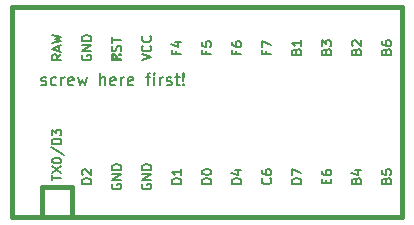
<source format=gbr>
G04 #@! TF.GenerationSoftware,KiCad,Pcbnew,5.1.9-73d0e3b20d~88~ubuntu18.04.1*
G04 #@! TF.CreationDate,2021-03-09T23:09:17-06:00*
G04 #@! TF.ProjectId,keyboard,6b657962-6f61-4726-942e-6b696361645f,rev?*
G04 #@! TF.SameCoordinates,Original*
G04 #@! TF.FileFunction,Legend,Top*
G04 #@! TF.FilePolarity,Positive*
%FSLAX46Y46*%
G04 Gerber Fmt 4.6, Leading zero omitted, Abs format (unit mm)*
G04 Created by KiCad (PCBNEW 5.1.9-73d0e3b20d~88~ubuntu18.04.1) date 2021-03-09 23:09:17*
%MOMM*%
%LPD*%
G01*
G04 APERTURE LIST*
%ADD10C,0.381000*%
%ADD11C,0.150000*%
G04 APERTURE END LIST*
D10*
X34030000Y-48510000D02*
X64510000Y-48510000D01*
X64510000Y-48510000D02*
X64510000Y-30730000D01*
X64510000Y-30730000D02*
X34030000Y-30730000D01*
X34030000Y-45970000D02*
X36570000Y-45970000D01*
X36570000Y-45970000D02*
X36570000Y-48510000D01*
D11*
G36*
X39909360Y-34688432D02*
G01*
X40209360Y-34688432D01*
X40209360Y-34788432D01*
X39909360Y-34788432D01*
X39909360Y-34688432D01*
G37*
X39909360Y-34688432D02*
X40209360Y-34688432D01*
X40209360Y-34788432D01*
X39909360Y-34788432D01*
X39909360Y-34688432D01*
G36*
X40309360Y-34888432D02*
G01*
X40409360Y-34888432D01*
X40409360Y-34988432D01*
X40309360Y-34988432D01*
X40309360Y-34888432D01*
G37*
X40309360Y-34888432D02*
X40409360Y-34888432D01*
X40409360Y-34988432D01*
X40309360Y-34988432D01*
X40309360Y-34888432D01*
G36*
X39909360Y-34688432D02*
G01*
X40009360Y-34688432D01*
X40009360Y-35188432D01*
X39909360Y-35188432D01*
X39909360Y-34688432D01*
G37*
X39909360Y-34688432D02*
X40009360Y-34688432D01*
X40009360Y-35188432D01*
X39909360Y-35188432D01*
X39909360Y-34688432D01*
G36*
X39909360Y-35088432D02*
G01*
X40709360Y-35088432D01*
X40709360Y-35188432D01*
X39909360Y-35188432D01*
X39909360Y-35088432D01*
G37*
X39909360Y-35088432D02*
X40709360Y-35088432D01*
X40709360Y-35188432D01*
X39909360Y-35188432D01*
X39909360Y-35088432D01*
G36*
X40509360Y-34688432D02*
G01*
X40709360Y-34688432D01*
X40709360Y-34788432D01*
X40509360Y-34788432D01*
X40509360Y-34688432D01*
G37*
X40509360Y-34688432D02*
X40709360Y-34688432D01*
X40709360Y-34788432D01*
X40509360Y-34788432D01*
X40509360Y-34688432D01*
D10*
X34030000Y-30730000D02*
X31490000Y-30730000D01*
X31490000Y-30730000D02*
X31490000Y-48510000D01*
X31490000Y-48510000D02*
X34030000Y-48510000D01*
X34030000Y-45970000D02*
X34030000Y-48510000D01*
D11*
X33952380Y-37274761D02*
X34047619Y-37322380D01*
X34238095Y-37322380D01*
X34333333Y-37274761D01*
X34380952Y-37179523D01*
X34380952Y-37131904D01*
X34333333Y-37036666D01*
X34238095Y-36989047D01*
X34095238Y-36989047D01*
X34000000Y-36941428D01*
X33952380Y-36846190D01*
X33952380Y-36798571D01*
X34000000Y-36703333D01*
X34095238Y-36655714D01*
X34238095Y-36655714D01*
X34333333Y-36703333D01*
X35238095Y-37274761D02*
X35142857Y-37322380D01*
X34952380Y-37322380D01*
X34857142Y-37274761D01*
X34809523Y-37227142D01*
X34761904Y-37131904D01*
X34761904Y-36846190D01*
X34809523Y-36750952D01*
X34857142Y-36703333D01*
X34952380Y-36655714D01*
X35142857Y-36655714D01*
X35238095Y-36703333D01*
X35666666Y-37322380D02*
X35666666Y-36655714D01*
X35666666Y-36846190D02*
X35714285Y-36750952D01*
X35761904Y-36703333D01*
X35857142Y-36655714D01*
X35952380Y-36655714D01*
X36666666Y-37274761D02*
X36571428Y-37322380D01*
X36380952Y-37322380D01*
X36285714Y-37274761D01*
X36238095Y-37179523D01*
X36238095Y-36798571D01*
X36285714Y-36703333D01*
X36380952Y-36655714D01*
X36571428Y-36655714D01*
X36666666Y-36703333D01*
X36714285Y-36798571D01*
X36714285Y-36893809D01*
X36238095Y-36989047D01*
X37047619Y-36655714D02*
X37238095Y-37322380D01*
X37428571Y-36846190D01*
X37619047Y-37322380D01*
X37809523Y-36655714D01*
X38952380Y-37322380D02*
X38952380Y-36322380D01*
X39380952Y-37322380D02*
X39380952Y-36798571D01*
X39333333Y-36703333D01*
X39238095Y-36655714D01*
X39095238Y-36655714D01*
X39000000Y-36703333D01*
X38952380Y-36750952D01*
X40238095Y-37274761D02*
X40142857Y-37322380D01*
X39952380Y-37322380D01*
X39857142Y-37274761D01*
X39809523Y-37179523D01*
X39809523Y-36798571D01*
X39857142Y-36703333D01*
X39952380Y-36655714D01*
X40142857Y-36655714D01*
X40238095Y-36703333D01*
X40285714Y-36798571D01*
X40285714Y-36893809D01*
X39809523Y-36989047D01*
X40714285Y-37322380D02*
X40714285Y-36655714D01*
X40714285Y-36846190D02*
X40761904Y-36750952D01*
X40809523Y-36703333D01*
X40904761Y-36655714D01*
X41000000Y-36655714D01*
X41714285Y-37274761D02*
X41619047Y-37322380D01*
X41428571Y-37322380D01*
X41333333Y-37274761D01*
X41285714Y-37179523D01*
X41285714Y-36798571D01*
X41333333Y-36703333D01*
X41428571Y-36655714D01*
X41619047Y-36655714D01*
X41714285Y-36703333D01*
X41761904Y-36798571D01*
X41761904Y-36893809D01*
X41285714Y-36989047D01*
X42809523Y-36655714D02*
X43190476Y-36655714D01*
X42952380Y-37322380D02*
X42952380Y-36465238D01*
X43000000Y-36370000D01*
X43095238Y-36322380D01*
X43190476Y-36322380D01*
X43523809Y-37322380D02*
X43523809Y-36655714D01*
X43523809Y-36322380D02*
X43476190Y-36370000D01*
X43523809Y-36417619D01*
X43571428Y-36370000D01*
X43523809Y-36322380D01*
X43523809Y-36417619D01*
X44000000Y-37322380D02*
X44000000Y-36655714D01*
X44000000Y-36846190D02*
X44047619Y-36750952D01*
X44095238Y-36703333D01*
X44190476Y-36655714D01*
X44285714Y-36655714D01*
X44571428Y-37274761D02*
X44666666Y-37322380D01*
X44857142Y-37322380D01*
X44952380Y-37274761D01*
X45000000Y-37179523D01*
X45000000Y-37131904D01*
X44952380Y-37036666D01*
X44857142Y-36989047D01*
X44714285Y-36989047D01*
X44619047Y-36941428D01*
X44571428Y-36846190D01*
X44571428Y-36798571D01*
X44619047Y-36703333D01*
X44714285Y-36655714D01*
X44857142Y-36655714D01*
X44952380Y-36703333D01*
X45285714Y-36655714D02*
X45666666Y-36655714D01*
X45428571Y-36322380D02*
X45428571Y-37179523D01*
X45476190Y-37274761D01*
X45571428Y-37322380D01*
X45666666Y-37322380D01*
X46000000Y-37227142D02*
X46047619Y-37274761D01*
X46000000Y-37322380D01*
X45952380Y-37274761D01*
X46000000Y-37227142D01*
X46000000Y-37322380D01*
X46000000Y-36941428D02*
X45952380Y-36370000D01*
X46000000Y-36322380D01*
X46047619Y-36370000D01*
X46000000Y-36941428D01*
X46000000Y-36322380D01*
X34861904Y-45382348D02*
X34861904Y-44925205D01*
X35661904Y-45153776D02*
X34861904Y-45153776D01*
X34861904Y-44734729D02*
X35661904Y-44201395D01*
X34861904Y-44201395D02*
X35661904Y-44734729D01*
X34861904Y-43744252D02*
X34861904Y-43668062D01*
X34900000Y-43591872D01*
X34938095Y-43553776D01*
X35014285Y-43515681D01*
X35166666Y-43477586D01*
X35357142Y-43477586D01*
X35509523Y-43515681D01*
X35585714Y-43553776D01*
X35623809Y-43591872D01*
X35661904Y-43668062D01*
X35661904Y-43744252D01*
X35623809Y-43820443D01*
X35585714Y-43858538D01*
X35509523Y-43896633D01*
X35357142Y-43934729D01*
X35166666Y-43934729D01*
X35014285Y-43896633D01*
X34938095Y-43858538D01*
X34900000Y-43820443D01*
X34861904Y-43744252D01*
X34823809Y-42563300D02*
X35852380Y-43249014D01*
X35661904Y-42296633D02*
X34861904Y-42296633D01*
X34861904Y-42106157D01*
X34900000Y-41991872D01*
X34976190Y-41915681D01*
X35052380Y-41877586D01*
X35204761Y-41839491D01*
X35319047Y-41839491D01*
X35471428Y-41877586D01*
X35547619Y-41915681D01*
X35623809Y-41991872D01*
X35661904Y-42106157D01*
X35661904Y-42296633D01*
X34861904Y-41572824D02*
X34861904Y-41077586D01*
X35166666Y-41344252D01*
X35166666Y-41229967D01*
X35204761Y-41153776D01*
X35242857Y-41115681D01*
X35319047Y-41077586D01*
X35509523Y-41077586D01*
X35585714Y-41115681D01*
X35623809Y-41153776D01*
X35661904Y-41229967D01*
X35661904Y-41458538D01*
X35623809Y-41534729D01*
X35585714Y-41572824D01*
X38201904Y-45671476D02*
X37401904Y-45671476D01*
X37401904Y-45481000D01*
X37440000Y-45366714D01*
X37516190Y-45290523D01*
X37592380Y-45252428D01*
X37744761Y-45214333D01*
X37859047Y-45214333D01*
X38011428Y-45252428D01*
X38087619Y-45290523D01*
X38163809Y-45366714D01*
X38201904Y-45481000D01*
X38201904Y-45671476D01*
X37478095Y-44909571D02*
X37440000Y-44871476D01*
X37401904Y-44795285D01*
X37401904Y-44604809D01*
X37440000Y-44528619D01*
X37478095Y-44490523D01*
X37554285Y-44452428D01*
X37630476Y-44452428D01*
X37744761Y-44490523D01*
X38201904Y-44947666D01*
X38201904Y-44452428D01*
X48361904Y-45671476D02*
X47561904Y-45671476D01*
X47561904Y-45481000D01*
X47600000Y-45366714D01*
X47676190Y-45290523D01*
X47752380Y-45252428D01*
X47904761Y-45214333D01*
X48019047Y-45214333D01*
X48171428Y-45252428D01*
X48247619Y-45290523D01*
X48323809Y-45366714D01*
X48361904Y-45481000D01*
X48361904Y-45671476D01*
X47561904Y-44719095D02*
X47561904Y-44642904D01*
X47600000Y-44566714D01*
X47638095Y-44528619D01*
X47714285Y-44490523D01*
X47866666Y-44452428D01*
X48057142Y-44452428D01*
X48209523Y-44490523D01*
X48285714Y-44528619D01*
X48323809Y-44566714D01*
X48361904Y-44642904D01*
X48361904Y-44719095D01*
X48323809Y-44795285D01*
X48285714Y-44833380D01*
X48209523Y-44871476D01*
X48057142Y-44909571D01*
X47866666Y-44909571D01*
X47714285Y-44871476D01*
X47638095Y-44833380D01*
X47600000Y-44795285D01*
X47561904Y-44719095D01*
X45821904Y-45671476D02*
X45021904Y-45671476D01*
X45021904Y-45481000D01*
X45060000Y-45366714D01*
X45136190Y-45290523D01*
X45212380Y-45252428D01*
X45364761Y-45214333D01*
X45479047Y-45214333D01*
X45631428Y-45252428D01*
X45707619Y-45290523D01*
X45783809Y-45366714D01*
X45821904Y-45481000D01*
X45821904Y-45671476D01*
X45821904Y-44452428D02*
X45821904Y-44909571D01*
X45821904Y-44681000D02*
X45021904Y-44681000D01*
X45136190Y-44757190D01*
X45212380Y-44833380D01*
X45250476Y-44909571D01*
X42520000Y-45690523D02*
X42481904Y-45766714D01*
X42481904Y-45881000D01*
X42520000Y-45995285D01*
X42596190Y-46071476D01*
X42672380Y-46109571D01*
X42824761Y-46147666D01*
X42939047Y-46147666D01*
X43091428Y-46109571D01*
X43167619Y-46071476D01*
X43243809Y-45995285D01*
X43281904Y-45881000D01*
X43281904Y-45804809D01*
X43243809Y-45690523D01*
X43205714Y-45652428D01*
X42939047Y-45652428D01*
X42939047Y-45804809D01*
X43281904Y-45309571D02*
X42481904Y-45309571D01*
X43281904Y-44852428D01*
X42481904Y-44852428D01*
X43281904Y-44471476D02*
X42481904Y-44471476D01*
X42481904Y-44281000D01*
X42520000Y-44166714D01*
X42596190Y-44090523D01*
X42672380Y-44052428D01*
X42824761Y-44014333D01*
X42939047Y-44014333D01*
X43091428Y-44052428D01*
X43167619Y-44090523D01*
X43243809Y-44166714D01*
X43281904Y-44281000D01*
X43281904Y-44471476D01*
X39980000Y-45690523D02*
X39941904Y-45766714D01*
X39941904Y-45881000D01*
X39980000Y-45995285D01*
X40056190Y-46071476D01*
X40132380Y-46109571D01*
X40284761Y-46147666D01*
X40399047Y-46147666D01*
X40551428Y-46109571D01*
X40627619Y-46071476D01*
X40703809Y-45995285D01*
X40741904Y-45881000D01*
X40741904Y-45804809D01*
X40703809Y-45690523D01*
X40665714Y-45652428D01*
X40399047Y-45652428D01*
X40399047Y-45804809D01*
X40741904Y-45309571D02*
X39941904Y-45309571D01*
X40741904Y-44852428D01*
X39941904Y-44852428D01*
X40741904Y-44471476D02*
X39941904Y-44471476D01*
X39941904Y-44281000D01*
X39980000Y-44166714D01*
X40056190Y-44090523D01*
X40132380Y-44052428D01*
X40284761Y-44014333D01*
X40399047Y-44014333D01*
X40551428Y-44052428D01*
X40627619Y-44090523D01*
X40703809Y-44166714D01*
X40741904Y-44281000D01*
X40741904Y-44471476D01*
X50901904Y-45671476D02*
X50101904Y-45671476D01*
X50101904Y-45481000D01*
X50140000Y-45366714D01*
X50216190Y-45290523D01*
X50292380Y-45252428D01*
X50444761Y-45214333D01*
X50559047Y-45214333D01*
X50711428Y-45252428D01*
X50787619Y-45290523D01*
X50863809Y-45366714D01*
X50901904Y-45481000D01*
X50901904Y-45671476D01*
X50368571Y-44528619D02*
X50901904Y-44528619D01*
X50063809Y-44719095D02*
X50635238Y-44909571D01*
X50635238Y-44414333D01*
X53365714Y-45214333D02*
X53403809Y-45252428D01*
X53441904Y-45366714D01*
X53441904Y-45442904D01*
X53403809Y-45557190D01*
X53327619Y-45633380D01*
X53251428Y-45671476D01*
X53099047Y-45709571D01*
X52984761Y-45709571D01*
X52832380Y-45671476D01*
X52756190Y-45633380D01*
X52680000Y-45557190D01*
X52641904Y-45442904D01*
X52641904Y-45366714D01*
X52680000Y-45252428D01*
X52718095Y-45214333D01*
X52641904Y-44528619D02*
X52641904Y-44681000D01*
X52680000Y-44757190D01*
X52718095Y-44795285D01*
X52832380Y-44871476D01*
X52984761Y-44909571D01*
X53289523Y-44909571D01*
X53365714Y-44871476D01*
X53403809Y-44833380D01*
X53441904Y-44757190D01*
X53441904Y-44604809D01*
X53403809Y-44528619D01*
X53365714Y-44490523D01*
X53289523Y-44452428D01*
X53099047Y-44452428D01*
X53022857Y-44490523D01*
X52984761Y-44528619D01*
X52946666Y-44604809D01*
X52946666Y-44757190D01*
X52984761Y-44833380D01*
X53022857Y-44871476D01*
X53099047Y-44909571D01*
X55981904Y-45671476D02*
X55181904Y-45671476D01*
X55181904Y-45481000D01*
X55220000Y-45366714D01*
X55296190Y-45290523D01*
X55372380Y-45252428D01*
X55524761Y-45214333D01*
X55639047Y-45214333D01*
X55791428Y-45252428D01*
X55867619Y-45290523D01*
X55943809Y-45366714D01*
X55981904Y-45481000D01*
X55981904Y-45671476D01*
X55181904Y-44947666D02*
X55181904Y-44414333D01*
X55981904Y-44757190D01*
X58102857Y-45633380D02*
X58102857Y-45366714D01*
X58521904Y-45252428D02*
X58521904Y-45633380D01*
X57721904Y-45633380D01*
X57721904Y-45252428D01*
X57721904Y-44566714D02*
X57721904Y-44719095D01*
X57760000Y-44795285D01*
X57798095Y-44833380D01*
X57912380Y-44909571D01*
X58064761Y-44947666D01*
X58369523Y-44947666D01*
X58445714Y-44909571D01*
X58483809Y-44871476D01*
X58521904Y-44795285D01*
X58521904Y-44642904D01*
X58483809Y-44566714D01*
X58445714Y-44528619D01*
X58369523Y-44490523D01*
X58179047Y-44490523D01*
X58102857Y-44528619D01*
X58064761Y-44566714D01*
X58026666Y-44642904D01*
X58026666Y-44795285D01*
X58064761Y-44871476D01*
X58102857Y-44909571D01*
X58179047Y-44947666D01*
X60642857Y-45404809D02*
X60680952Y-45290523D01*
X60719047Y-45252428D01*
X60795238Y-45214333D01*
X60909523Y-45214333D01*
X60985714Y-45252428D01*
X61023809Y-45290523D01*
X61061904Y-45366714D01*
X61061904Y-45671476D01*
X60261904Y-45671476D01*
X60261904Y-45404809D01*
X60300000Y-45328619D01*
X60338095Y-45290523D01*
X60414285Y-45252428D01*
X60490476Y-45252428D01*
X60566666Y-45290523D01*
X60604761Y-45328619D01*
X60642857Y-45404809D01*
X60642857Y-45671476D01*
X60528571Y-44528619D02*
X61061904Y-44528619D01*
X60223809Y-44719095D02*
X60795238Y-44909571D01*
X60795238Y-44414333D01*
X63182857Y-45404809D02*
X63220952Y-45290523D01*
X63259047Y-45252428D01*
X63335238Y-45214333D01*
X63449523Y-45214333D01*
X63525714Y-45252428D01*
X63563809Y-45290523D01*
X63601904Y-45366714D01*
X63601904Y-45671476D01*
X62801904Y-45671476D01*
X62801904Y-45404809D01*
X62840000Y-45328619D01*
X62878095Y-45290523D01*
X62954285Y-45252428D01*
X63030476Y-45252428D01*
X63106666Y-45290523D01*
X63144761Y-45328619D01*
X63182857Y-45404809D01*
X63182857Y-45671476D01*
X62801904Y-44490523D02*
X62801904Y-44871476D01*
X63182857Y-44909571D01*
X63144761Y-44871476D01*
X63106666Y-44795285D01*
X63106666Y-44604809D01*
X63144761Y-44528619D01*
X63182857Y-44490523D01*
X63259047Y-44452428D01*
X63449523Y-44452428D01*
X63525714Y-44490523D01*
X63563809Y-44528619D01*
X63601904Y-44604809D01*
X63601904Y-44795285D01*
X63563809Y-44871476D01*
X63525714Y-44909571D01*
X63182857Y-34482809D02*
X63220952Y-34368523D01*
X63259047Y-34330428D01*
X63335238Y-34292333D01*
X63449523Y-34292333D01*
X63525714Y-34330428D01*
X63563809Y-34368523D01*
X63601904Y-34444714D01*
X63601904Y-34749476D01*
X62801904Y-34749476D01*
X62801904Y-34482809D01*
X62840000Y-34406619D01*
X62878095Y-34368523D01*
X62954285Y-34330428D01*
X63030476Y-34330428D01*
X63106666Y-34368523D01*
X63144761Y-34406619D01*
X63182857Y-34482809D01*
X63182857Y-34749476D01*
X62801904Y-33606619D02*
X62801904Y-33759000D01*
X62840000Y-33835190D01*
X62878095Y-33873285D01*
X62992380Y-33949476D01*
X63144761Y-33987571D01*
X63449523Y-33987571D01*
X63525714Y-33949476D01*
X63563809Y-33911380D01*
X63601904Y-33835190D01*
X63601904Y-33682809D01*
X63563809Y-33606619D01*
X63525714Y-33568523D01*
X63449523Y-33530428D01*
X63259047Y-33530428D01*
X63182857Y-33568523D01*
X63144761Y-33606619D01*
X63106666Y-33682809D01*
X63106666Y-33835190D01*
X63144761Y-33911380D01*
X63182857Y-33949476D01*
X63259047Y-33987571D01*
X58102857Y-34482809D02*
X58140952Y-34368523D01*
X58179047Y-34330428D01*
X58255238Y-34292333D01*
X58369523Y-34292333D01*
X58445714Y-34330428D01*
X58483809Y-34368523D01*
X58521904Y-34444714D01*
X58521904Y-34749476D01*
X57721904Y-34749476D01*
X57721904Y-34482809D01*
X57760000Y-34406619D01*
X57798095Y-34368523D01*
X57874285Y-34330428D01*
X57950476Y-34330428D01*
X58026666Y-34368523D01*
X58064761Y-34406619D01*
X58102857Y-34482809D01*
X58102857Y-34749476D01*
X57721904Y-34025666D02*
X57721904Y-33530428D01*
X58026666Y-33797095D01*
X58026666Y-33682809D01*
X58064761Y-33606619D01*
X58102857Y-33568523D01*
X58179047Y-33530428D01*
X58369523Y-33530428D01*
X58445714Y-33568523D01*
X58483809Y-33606619D01*
X58521904Y-33682809D01*
X58521904Y-33911380D01*
X58483809Y-33987571D01*
X58445714Y-34025666D01*
X55562857Y-34482809D02*
X55600952Y-34368523D01*
X55639047Y-34330428D01*
X55715238Y-34292333D01*
X55829523Y-34292333D01*
X55905714Y-34330428D01*
X55943809Y-34368523D01*
X55981904Y-34444714D01*
X55981904Y-34749476D01*
X55181904Y-34749476D01*
X55181904Y-34482809D01*
X55220000Y-34406619D01*
X55258095Y-34368523D01*
X55334285Y-34330428D01*
X55410476Y-34330428D01*
X55486666Y-34368523D01*
X55524761Y-34406619D01*
X55562857Y-34482809D01*
X55562857Y-34749476D01*
X55981904Y-33530428D02*
X55981904Y-33987571D01*
X55981904Y-33759000D02*
X55181904Y-33759000D01*
X55296190Y-33835190D01*
X55372380Y-33911380D01*
X55410476Y-33987571D01*
X45402857Y-34425666D02*
X45402857Y-34692333D01*
X45821904Y-34692333D02*
X45021904Y-34692333D01*
X45021904Y-34311380D01*
X45288571Y-33663761D02*
X45821904Y-33663761D01*
X44983809Y-33854238D02*
X45555238Y-34044714D01*
X45555238Y-33549476D01*
X42481904Y-35225666D02*
X43281904Y-34959000D01*
X42481904Y-34692333D01*
X43205714Y-33968523D02*
X43243809Y-34006619D01*
X43281904Y-34120904D01*
X43281904Y-34197095D01*
X43243809Y-34311380D01*
X43167619Y-34387571D01*
X43091428Y-34425666D01*
X42939047Y-34463761D01*
X42824761Y-34463761D01*
X42672380Y-34425666D01*
X42596190Y-34387571D01*
X42520000Y-34311380D01*
X42481904Y-34197095D01*
X42481904Y-34120904D01*
X42520000Y-34006619D01*
X42558095Y-33968523D01*
X43205714Y-33168523D02*
X43243809Y-33206619D01*
X43281904Y-33320904D01*
X43281904Y-33397095D01*
X43243809Y-33511380D01*
X43167619Y-33587571D01*
X43091428Y-33625666D01*
X42939047Y-33663761D01*
X42824761Y-33663761D01*
X42672380Y-33625666D01*
X42596190Y-33587571D01*
X42520000Y-33511380D01*
X42481904Y-33397095D01*
X42481904Y-33320904D01*
X42520000Y-33206619D01*
X42558095Y-33168523D01*
X40673809Y-34420213D02*
X40711904Y-34305927D01*
X40711904Y-34115451D01*
X40673809Y-34039260D01*
X40635714Y-34001165D01*
X40559523Y-33963070D01*
X40483333Y-33963070D01*
X40407142Y-34001165D01*
X40369047Y-34039260D01*
X40330952Y-34115451D01*
X40292857Y-34267832D01*
X40254761Y-34344022D01*
X40216666Y-34382118D01*
X40140476Y-34420213D01*
X40064285Y-34420213D01*
X39988095Y-34382118D01*
X39950000Y-34344022D01*
X39911904Y-34267832D01*
X39911904Y-34077356D01*
X39950000Y-33963070D01*
X39911904Y-33734499D02*
X39911904Y-33277356D01*
X40711904Y-33505927D02*
X39911904Y-33505927D01*
X37440000Y-34768523D02*
X37401904Y-34844714D01*
X37401904Y-34959000D01*
X37440000Y-35073285D01*
X37516190Y-35149476D01*
X37592380Y-35187571D01*
X37744761Y-35225666D01*
X37859047Y-35225666D01*
X38011428Y-35187571D01*
X38087619Y-35149476D01*
X38163809Y-35073285D01*
X38201904Y-34959000D01*
X38201904Y-34882809D01*
X38163809Y-34768523D01*
X38125714Y-34730428D01*
X37859047Y-34730428D01*
X37859047Y-34882809D01*
X38201904Y-34387571D02*
X37401904Y-34387571D01*
X38201904Y-33930428D01*
X37401904Y-33930428D01*
X38201904Y-33549476D02*
X37401904Y-33549476D01*
X37401904Y-33359000D01*
X37440000Y-33244714D01*
X37516190Y-33168523D01*
X37592380Y-33130428D01*
X37744761Y-33092333D01*
X37859047Y-33092333D01*
X38011428Y-33130428D01*
X38087619Y-33168523D01*
X38163809Y-33244714D01*
X38201904Y-33359000D01*
X38201904Y-33549476D01*
X35661904Y-34711380D02*
X35280952Y-34978047D01*
X35661904Y-35168523D02*
X34861904Y-35168523D01*
X34861904Y-34863761D01*
X34900000Y-34787571D01*
X34938095Y-34749476D01*
X35014285Y-34711380D01*
X35128571Y-34711380D01*
X35204761Y-34749476D01*
X35242857Y-34787571D01*
X35280952Y-34863761D01*
X35280952Y-35168523D01*
X35433333Y-34406619D02*
X35433333Y-34025666D01*
X35661904Y-34482809D02*
X34861904Y-34216142D01*
X35661904Y-33949476D01*
X34861904Y-33759000D02*
X35661904Y-33568523D01*
X35090476Y-33416142D01*
X35661904Y-33263761D01*
X34861904Y-33073285D01*
X47942857Y-34425666D02*
X47942857Y-34692333D01*
X48361904Y-34692333D02*
X47561904Y-34692333D01*
X47561904Y-34311380D01*
X47561904Y-33625666D02*
X47561904Y-34006619D01*
X47942857Y-34044714D01*
X47904761Y-34006619D01*
X47866666Y-33930428D01*
X47866666Y-33739952D01*
X47904761Y-33663761D01*
X47942857Y-33625666D01*
X48019047Y-33587571D01*
X48209523Y-33587571D01*
X48285714Y-33625666D01*
X48323809Y-33663761D01*
X48361904Y-33739952D01*
X48361904Y-33930428D01*
X48323809Y-34006619D01*
X48285714Y-34044714D01*
X50482857Y-34425666D02*
X50482857Y-34692333D01*
X50901904Y-34692333D02*
X50101904Y-34692333D01*
X50101904Y-34311380D01*
X50101904Y-33663761D02*
X50101904Y-33816142D01*
X50140000Y-33892333D01*
X50178095Y-33930428D01*
X50292380Y-34006619D01*
X50444761Y-34044714D01*
X50749523Y-34044714D01*
X50825714Y-34006619D01*
X50863809Y-33968523D01*
X50901904Y-33892333D01*
X50901904Y-33739952D01*
X50863809Y-33663761D01*
X50825714Y-33625666D01*
X50749523Y-33587571D01*
X50559047Y-33587571D01*
X50482857Y-33625666D01*
X50444761Y-33663761D01*
X50406666Y-33739952D01*
X50406666Y-33892333D01*
X50444761Y-33968523D01*
X50482857Y-34006619D01*
X50559047Y-34044714D01*
X53022857Y-34425666D02*
X53022857Y-34692333D01*
X53441904Y-34692333D02*
X52641904Y-34692333D01*
X52641904Y-34311380D01*
X52641904Y-34082809D02*
X52641904Y-33549476D01*
X53441904Y-33892333D01*
X60642857Y-34482809D02*
X60680952Y-34368523D01*
X60719047Y-34330428D01*
X60795238Y-34292333D01*
X60909523Y-34292333D01*
X60985714Y-34330428D01*
X61023809Y-34368523D01*
X61061904Y-34444714D01*
X61061904Y-34749476D01*
X60261904Y-34749476D01*
X60261904Y-34482809D01*
X60300000Y-34406619D01*
X60338095Y-34368523D01*
X60414285Y-34330428D01*
X60490476Y-34330428D01*
X60566666Y-34368523D01*
X60604761Y-34406619D01*
X60642857Y-34482809D01*
X60642857Y-34749476D01*
X60338095Y-33987571D02*
X60300000Y-33949476D01*
X60261904Y-33873285D01*
X60261904Y-33682809D01*
X60300000Y-33606619D01*
X60338095Y-33568523D01*
X60414285Y-33530428D01*
X60490476Y-33530428D01*
X60604761Y-33568523D01*
X61061904Y-34025666D01*
X61061904Y-33530428D01*
M02*

</source>
